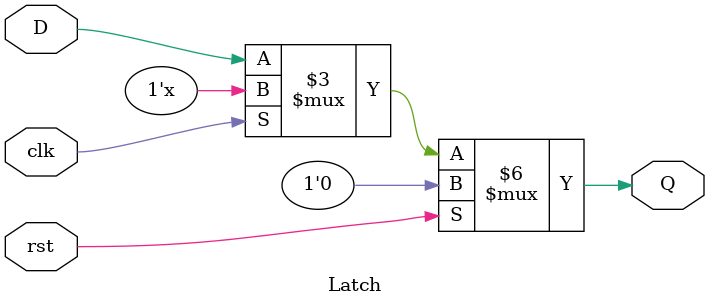
<source format=v>
`timescale 1ns / 1ps


module Latch(clk, rst, D, Q);
input clk, rst;
input D;
output reg Q;

always @(*)
    if(rst)
        Q <= 1'b0;
    else if (~clk)
        Q <= D;
endmodule

</source>
